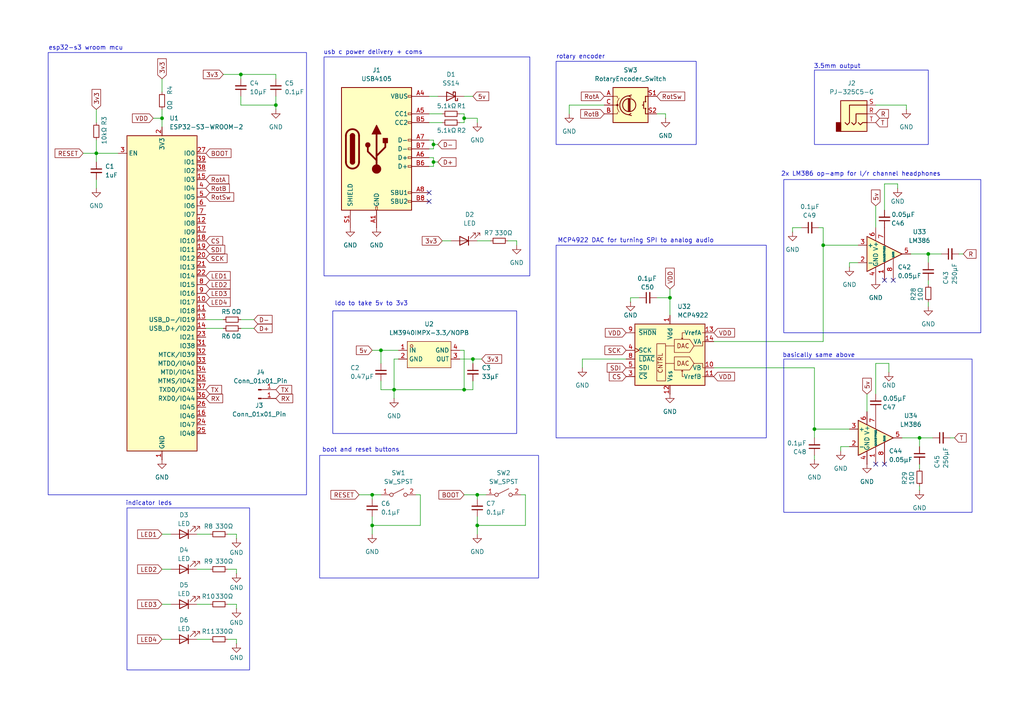
<source format=kicad_sch>
(kicad_sch (version 20250114) (generator "eeschema") (generator_version "9.0")
  (paper "A4")
  (lib_symbols
    (symbol "Amplifier_Audio:LM386" (pin_names (offset 0.127))
      (property "Reference" "U" (at 1.27 7.62 0))
      (property "Value" "LM386" (at 1.27 5.08 0))
      (symbol "LM386_1_1"
        (pin input line (at -7.62 2.54 0) (length 2.54) (name "+") (number "3"))
        (pin input line (at -7.62 -2.54 0) (length 2.54) (name "-") (number "2"))
        (pin power_in line (at -2.54 7.62 270) (length 3.81) (name "V+") (number "6"))
        (pin power_in line (at -2.54 -7.62 90) (length 3.81) (name "GND") (number "4"))
        (pin input line (at 0 7.62 270) (length 5.08) (name "BYPASS") (number "7"))
        (pin input line (at 0 -7.62 90) (length 5.08) (name "GAIN") (number "1"))
        (pin input line (at 2.54 -7.62 90) (length 6.35) (name "GAIN") (number "8"))
        (pin output line (at 7.62 0 180) (length 2.54) (name "~") (number "5"))
      )
    )
    (symbol "Analog_DAC:MCP4922" (pin_names (offset 1.016))
      (property "Reference" "U" (at -1.905 10.795 0))
      (property "Value" "MCP4922" (at -1.905 8.89 0))
      (symbol "MCP4922_0_0"
        (text "CNTRL" (at -2.032 -6.731 900) (effects (font (size 1.27 1.27)) (justify left bottom)))
        (text "DAC" (at 3.81 1.27 0) (effects (font (size 1.27 1.27))))
        (text "DAC" (at 3.81 -3.81 0) (effects (font (size 1.27 1.27))))
      )
      (symbol "MCP4922_1_1"
        (pin input line (at -12.7 5.08 0) (length 2.54) (name "~{SHDN}") (number "9"))
        (pin input clock (at -12.7 0 0) (length 2.54) (name "SCK") (number "4"))
        (pin input line (at -12.7 -2.54 0) (length 2.54) (name "~{LDAC}") (number "8"))
        (pin input line (at -12.7 -5.08 0) (length 2.54) (name "SDI") (number "5"))
        (pin input line (at -12.7 -7.62 0) (length 2.54) (name "~{CS}") (number "3"))
        (pin no_connect line (at -7.62 -10.16 90) (length 2.54) (hide yes) (name "NC") (number "2"))
        (pin no_connect line (at -5.08 -10.16 90) (length 2.54) (hide yes) (name "NC") (number "6"))
        (pin no_connect line (at -2.54 -10.16 90) (length 2.54) (hide yes) (name "NC") (number "7"))
        (pin power_in line (at 0 10.16 270) (length 2.54) (name "Vdd") (number "1"))
        (pin power_in line (at 0 -12.7 90) (length 2.54) (name "Vss") (number "12"))
        (pin input line (at 12.7 5.08 180) (length 2.54) (name "VrefA") (number "13"))
        (pin output line (at 12.7 2.54 180) (length 2.54) (name "VA") (number "14"))
        (pin output line (at 12.7 -5.08 180) (length 2.54) (name "VB") (number "10"))
        (pin input line (at 12.7 -7.62 180) (length 2.54) (name "VrefB") (number "11"))
      )
    )
    (symbol "Connector:Conn_01x01_Pin" (pin_names (offset 1.016) (hide yes))
      (property "Reference" "J" (at 0 2.54 0))
      (property "Value" "Conn_01x01_Pin" (at 0 -2.54 0))
      (symbol "Conn_01x01_Pin_1_1"
        (pin passive line (at 5.08 0 180) (length 3.81) (name "Pin_1") (number "1"))
      )
    )
    (symbol "Connector:USB_C_Receptacle_USB2.0_16P" (pin_names (offset 1.016))
      (property "Reference" "J" (at 0 22.225 0))
      (property "Value" "USB_C_Receptacle_USB2.0_16P" (at 0 19.685 0))
      (symbol "USB_C_Receptacle_USB2.0_16P_1_1"
        (pin passive line (at -7.62 -22.86 90) (length 5.08) (name "SHIELD") (number "S1"))
        (pin passive line (at 0 -22.86 90) (length 5.08) (name "GND") (number "A1"))
        (pin passive line (at 0 -22.86 90) (length 5.08) (hide yes) (name "GND") (number "A12"))
        (pin passive line (at 0 -22.86 90) (length 5.08) (hide yes) (name "GND") (number "B1"))
        (pin passive line (at 0 -22.86 90) (length 5.08) (hide yes) (name "GND") (number "B12"))
        (pin passive line (at 15.24 15.24 180) (length 5.08) (name "VBUS") (number "A4"))
        (pin passive line (at 15.24 15.24 180) (length 5.08) (hide yes) (name "VBUS") (number "A9"))
        (pin passive line (at 15.24 15.24 180) (length 5.08) (hide yes) (name "VBUS") (number "B4"))
        (pin passive line (at 15.24 15.24 180) (length 5.08) (hide yes) (name "VBUS") (number "B9"))
        (pin bidirectional line (at 15.24 10.16 180) (length 5.08) (name "CC1") (number "A5"))
        (pin bidirectional line (at 15.24 7.62 180) (length 5.08) (name "CC2") (number "B5"))
        (pin bidirectional line (at 15.24 2.54 180) (length 5.08) (name "D-") (number "A7"))
        (pin bidirectional line (at 15.24 0 180) (length 5.08) (name "D-") (number "B7"))
        (pin bidirectional line (at 15.24 -2.54 180) (length 5.08) (name "D+") (number "A6"))
        (pin bidirectional line (at 15.24 -5.08 180) (length 5.08) (name "D+") (number "B6"))
        (pin bidirectional line (at 15.24 -12.7 180) (length 5.08) (name "SBU1") (number "A8"))
        (pin bidirectional line (at 15.24 -15.24 180) (length 5.08) (name "SBU2") (number "B8"))
      )
    )
    (symbol "Connector_Audio:AudioJack3"
      (property "Reference" "J" (at 0 8.89 0))
      (property "Value" "AudioJack3" (at 0 6.35 0))
      (symbol "AudioJack3_1_1"
        (pin passive line (at 5.08 2.54 180) (length 2.54) (name "~") (number "S"))
        (pin passive line (at 5.08 0 180) (length 2.54) (name "~") (number "R"))
        (pin passive line (at 5.08 -2.54 180) (length 2.54) (name "~") (number "T"))
      )
    )
    (symbol "Device:C_Small" (pin_numbers (hide yes)) (pin_names (offset 0.254) (hide yes))
      (property "Reference" "C" (at 0.254 1.778 0))
      (property "Value" "C_Small" (at 0.254 -2.032 0))
      (symbol "C_Small_1_1"
        (pin passive line (at 0 2.54 270) (length 2.032) (name "~") (number "1"))
        (pin passive line (at 0 -2.54 90) (length 2.032) (name "~") (number "2"))
      )
    )
    (symbol "Device:D_Schottky" (pin_numbers (hide yes)) (pin_names (offset 1.016) (hide yes))
      (property "Reference" "D" (at 0 2.54 0))
      (property "Value" "D_Schottky" (at 0 -2.54 0))
      (symbol "D_Schottky_1_1"
        (pin passive line (at -3.81 0 0) (length 2.54) (name "K") (number "1"))
        (pin passive line (at 3.81 0 180) (length 2.54) (name "A") (number "2"))
      )
    )
    (symbol "Device:LED" (pin_numbers (hide yes)) (pin_names (offset 1.016) (hide yes))
      (property "Reference" "D" (at 0 2.54 0))
      (property "Value" "LED" (at 0 -2.54 0))
      (symbol "LED_1_1"
        (pin passive line (at -3.81 0 0) (length 2.54) (name "K") (number "1"))
        (pin passive line (at 3.81 0 180) (length 2.54) (name "A") (number "2"))
      )
    )
    (symbol "Device:R_Small" (pin_numbers (hide yes)) (pin_names (offset 0.254) (hide yes))
      (property "Reference" "R" (at 0.762 0.508 0))
      (property "Value" "R_Small" (at 0.762 -1.016 0))
      (symbol "R_Small_1_1"
        (pin passive line (at 0 2.54 270) (length 0.762) (name "~") (number "1"))
        (pin passive line (at 0 -2.54 90) (length 0.762) (name "~") (number "2"))
      )
    )
    (symbol "Device:RotaryEncoder_Switch" (pin_names (offset 0.254) (hide yes))
      (property "Reference" "SW" (at 0 6.604 0))
      (property "Value" "RotaryEncoder_Switch" (at 0 -6.604 0))
      (symbol "RotaryEncoder_Switch_1_1"
        (pin passive line (at -7.62 2.54 0) (length 2.54) (name "A") (number "A"))
        (pin passive line (at -7.62 0 0) (length 2.54) (name "C") (number "C"))
        (pin passive line (at -7.62 -2.54 0) (length 2.54) (name "B") (number "B"))
        (pin passive line (at 7.62 2.54 180) (length 2.54) (name "S1") (number "S1"))
        (pin passive line (at 7.62 -2.54 180) (length 2.54) (name "S2") (number "S2"))
      )
    )
    (symbol "EasyEDA:LM3940IMPX-3.3_NOPB"
      (property "Reference" "U" (at 0 6.35 0))
      (property "Value" "LM3940IMPX-3.3/NOPB" (at 0 -6.35 0))
      (symbol "LM3940IMPX-3.3_NOPB_0_1"
        (pin unspecified line (at -8.89 1.27 0) (length 2.54) (name "IN") (number "1"))
        (pin unspecified line (at -8.89 -1.27 0) (length 2.54) (name "GND") (number "2"))
        (pin unspecified line (at 8.89 1.27 180) (length 2.54) (name "GND") (number "4"))
        (pin unspecified line (at 8.89 -1.27 180) (length 2.54) (name "OUT") (number "3"))
      )
    )
    (symbol "RF_Module:ESP32-S3-WROOM-2"
      (property "Reference" "U" (at -10.16 45.72 0))
      (property "Value" "ESP32-S3-WROOM-2" (at 2.54 45.72 0))
      (symbol "ESP32-S3-WROOM-2_1_1"
        (pin input line (at -12.7 40.64 0) (length 2.54) (name "EN") (number "3"))
        (pin no_connect line (at -10.16 -35.56 0) (length 2.54) (hide yes) (name "NC") (number "28"))
        (pin no_connect line (at -10.16 -38.1 0) (length 2.54) (hide yes) (name "NC") (number "29"))
        (pin no_connect line (at -10.16 -40.64 0) (length 2.54) (hide yes) (name "NC") (number "30"))
        (pin power_in line (at 0 48.26 270) (length 2.54) (name "3V3") (number "2"))
        (pin power_in line (at 0 -48.26 90) (length 2.54) (name "GND") (number "1"))
        (pin passive line (at 0 -48.26 90) (length 2.54) (hide yes) (name "GND") (number "40"))
        (pin passive line (at 0 -48.26 90) (length 2.54) (hide yes) (name "GND") (number "41"))
        (pin bidirectional line (at 12.7 40.64 180) (length 2.54) (name "IO0") (number "27"))
        (pin bidirectional line (at 12.7 38.1 180) (length 2.54) (name "IO1") (number "39"))
        (pin bidirectional line (at 12.7 35.56 180) (length 2.54) (name "IO2") (number "38"))
        (pin bidirectional line (at 12.7 33.02 180) (length 2.54) (name "IO3") (number "15"))
        (pin bidirectional line (at 12.7 30.48 180) (length 2.54) (name "IO4") (number "4"))
        (pin bidirectional line (at 12.7 27.94 180) (length 2.54) (name "IO5") (number "5"))
        (pin bidirectional line (at 12.7 25.4 180) (length 2.54) (name "IO6") (number "6"))
        (pin bidirectional line (at 12.7 22.86 180) (length 2.54) (name "IO7") (number "7"))
        (pin bidirectional line (at 12.7 20.32 180) (length 2.54) (name "IO8") (number "12"))
        (pin bidirectional line (at 12.7 17.78 180) (length 2.54) (name "IO9") (number "17"))
        (pin bidirectional line (at 12.7 15.24 180) (length 2.54) (name "IO10") (number "18"))
        (pin bidirectional line (at 12.7 12.7 180) (length 2.54) (name "IO11") (number "19"))
        (pin bidirectional line (at 12.7 10.16 180) (length 2.54) (name "IO12") (number "20"))
        (pin bidirectional line (at 12.7 7.62 180) (length 2.54) (name "IO13") (number "21"))
        (pin bidirectional line (at 12.7 5.08 180) (length 2.54) (name "IO14") (number "22"))
        (pin bidirectional line (at 12.7 2.54 180) (length 2.54) (name "IO15") (number "8"))
        (pin bidirectional line (at 12.7 0 180) (length 2.54) (name "IO16") (number "9"))
        (pin bidirectional line (at 12.7 -2.54 180) (length 2.54) (name "IO17") (number "10"))
        (pin bidirectional line (at 12.7 -5.08 180) (length 2.54) (name "IO18") (number "11"))
        (pin bidirectional line (at 12.7 -7.62 180) (length 2.54) (name "USB_D-/IO19") (number "13"))
        (pin bidirectional line (at 12.7 -10.16 180) (length 2.54) (name "USB_D+/IO20") (number "14"))
        (pin bidirectional line (at 12.7 -12.7 180) (length 2.54) (name "IO21") (number "23"))
        (pin bidirectional line (at 12.7 -15.24 180) (length 2.54) (name "IO38") (number "31"))
        (pin bidirectional line (at 12.7 -17.78 180) (length 2.54) (name "MTCK/IO39") (number "32"))
        (pin bidirectional line (at 12.7 -20.32 180) (length 2.54) (name "MTDO/IO40") (number "33"))
        (pin bidirectional line (at 12.7 -22.86 180) (length 2.54) (name "MTDI/IO41") (number "34"))
        (pin bidirectional line (at 12.7 -25.4 180) (length 2.54) (name "MTMS/IO42") (number "35"))
        (pin bidirectional line (at 12.7 -27.94 180) (length 2.54) (name "TXD0/IO43") (number "37"))
        (pin bidirectional line (at 12.7 -30.48 180) (length 2.54) (name "RXD0/IO44") (number "36"))
        (pin bidirectional line (at 12.7 -33.02 180) (length 2.54) (name "IO45") (number "26"))
        (pin bidirectional line (at 12.7 -35.56 180) (length 2.54) (name "IO46") (number "16"))
        (pin bidirectional line (at 12.7 -38.1 180) (length 2.54) (name "IO47") (number "24"))
        (pin bidirectional line (at 12.7 -40.64 180) (length 2.54) (name "IO48") (number "25"))
      )
    )
    (symbol "Switch:SW_SPST" (pin_names (offset 0) (hide yes))
      (property "Reference" "SW" (at 0 3.175 0))
      (property "Value" "SW_SPST" (at 0 -2.54 0))
      (symbol "SW_SPST_1_1"
        (pin passive line (at -5.08 0 0) (length 2.54) (name "A") (number "1"))
        (pin passive line (at 5.08 0 180) (length 2.54) (name "B") (number "2"))
      )
    )
    (symbol "power:GND" (power) (pin_numbers (hide yes)) (pin_names (offset 0) (hide yes))
      (property "Value" "GND" (at 0 -3.81 0))
      (symbol "GND_1_1"
        (pin power_in line (at 0 0 270) (length 0) (name "~") (number "1"))
      )
    )
  )
  (rectangle (start 236.22 20.32) (end 269.24 41.91))
  (rectangle (start 93.98 16.51) (end 153.67 80.01))
  (rectangle (start 161.29 71.12) (end 222.25 127))
  (rectangle (start 96.52 90.17) (end 149.86 125.73))
  (rectangle (start 92.71 132.08) (end 156.21 167.64))
  (rectangle (start 227.33 52.07) (end 284.48 96.52))
  (rectangle (start 36.83 147.32) (end 72.39 194.31))
  (rectangle (start 161.29 17.78) (end 201.93 41.91))
  (rectangle (start 13.97 15.24) (end 88.9 143.51))
  (rectangle (start 227.33 104.14) (end 281.94 148.59))
  (text "esp32-s3 wroom mcu" (at 24.892 13.97 0) (effects (font (size 1.27 1.27))))
  (text "MCP4922 DAC for turning SPI to analog audio" (at 184.404 69.85 0) (effects (font (size 1.27 1.27))))
  (text "3.5mm output" (at 242.824 19.304 0) (effects (font (size 1.27 1.27))))
  (text "basically same above\n" (at 237.49 103.124 0) (effects (font (size 1.27 1.27))))
  (text "rotary encoder\n" (at 168.402 16.51 0) (effects (font (size 1.27 1.27))))
  (text "usb c power delivery + coms\n" (at 108.204 15.24 0) (effects (font (size 1.27 1.27))))
  (text "ldo to take 5v to 3v3\n" (at 107.696 88.138 0) (effects (font (size 1.27 1.27))))
  (text "2x LM386 op-amp for l/r channel headphones" (at 249.682 50.546 0) (effects (font (size 1.27 1.27))))
  (text "boot and reset buttons\n" (at 104.648 130.556 0) (effects (font (size 1.27 1.27))))
  (text "indicator leds\n" (at 43.18 146.05 0) (effects (font (size 1.27 1.27))))
  (junction (at 125.73 46.99))
  (junction (at 125.73 41.91))
  (junction (at 236.22 124.46))
  (junction (at 138.43 143.51))
  (junction (at 27.94 44.45))
  (junction (at 134.62 34.29))
  (junction (at 134.62 113.03))
  (junction (at 269.24 73.66))
  (junction (at 107.95 152.4))
  (junction (at 114.3 113.03))
  (junction (at 46.99 34.29))
  (junction (at 107.95 143.51))
  (junction (at 137.16 104.14))
  (junction (at 80.01 30.48))
  (junction (at 238.76 71.12))
  (junction (at 69.85 21.59))
  (junction (at 194.31 86.36))
  (junction (at 138.43 152.4))
  (junction (at 110.49 101.6))
  (junction (at 266.7 127))
  (no_connect (at 124.46 58.42))
  (no_connect (at 254 134.62))
  (no_connect (at 259.08 81.28))
  (no_connect (at 124.46 55.88))
  (no_connect (at 256.54 81.28))
  (no_connect (at 256.54 134.62))
  (wire (pts (xy 107.95 154.94) (xy 107.95 152.4)))
  (wire (pts (xy 124.46 45.72) (xy 125.73 45.72)))
  (wire (pts (xy 46.99 31.75) (xy 46.99 34.29)))
  (wire (pts (xy 121.92 152.4) (xy 107.95 152.4)))
  (wire (pts (xy 269.24 81.28) (xy 269.24 82.55)))
  (wire (pts (xy 124.46 40.64) (xy 125.73 40.64)))
  (wire (pts (xy 269.24 73.66) (xy 269.24 76.2)))
  (wire (pts (xy 107.95 144.78) (xy 107.95 143.51)))
  (wire (pts (xy 243.84 129.54) (xy 246.38 129.54)))
  (wire (pts (xy 168.91 104.14) (xy 181.61 104.14)))
  (wire (pts (xy 110.49 113.03) (xy 114.3 113.03)))
  (wire (pts (xy 46.99 34.29) (xy 46.99 36.83)))
  (wire (pts (xy 107.95 143.51) (xy 110.49 143.51)))
  (wire (pts (xy 80.01 30.48) (xy 80.01 31.75)))
  (wire (pts (xy 80.01 27.94) (xy 80.01 30.48)))
  (wire (pts (xy 152.4 152.4) (xy 138.43 152.4)))
  (wire (pts (xy 46.99 22.86) (xy 46.99 26.67)))
  (wire (pts (xy 207.01 99.06) (xy 238.76 99.06)))
  (wire (pts (xy 114.3 115.57) (xy 114.3 113.03)))
  (wire (pts (xy 134.62 35.56) (xy 134.62 34.29)))
  (wire (pts (xy 262.89 30.48) (xy 262.89 31.75)))
  (wire (pts (xy 266.7 127) (xy 266.7 129.54)))
  (wire (pts (xy 24.13 44.45) (xy 27.94 44.45)))
  (wire (pts (xy 69.85 30.48) (xy 80.01 30.48)))
  (wire (pts (xy 261.62 127) (xy 266.7 127)))
  (wire (pts (xy 256.54 53.34) (xy 260.35 53.34)))
  (wire (pts (xy 73.66 92.71) (xy 69.85 92.71)))
  (wire (pts (xy 238.76 66.04) (xy 238.76 71.12)))
  (wire (pts (xy 165.1 33.02) (xy 165.1 30.48)))
  (wire (pts (xy 182.88 86.36) (xy 185.42 86.36)))
  (wire (pts (xy 149.86 71.12) (xy 149.86 69.85)))
  (wire (pts (xy 256.54 60.96) (xy 256.54 53.34)))
  (wire (pts (xy 120.65 143.51) (xy 121.92 143.51)))
  (wire (pts (xy 138.43 143.51) (xy 140.97 143.51)))
  (wire (pts (xy 107.95 101.6) (xy 110.49 101.6)))
  (wire (pts (xy 137.16 110.49) (xy 137.16 113.03)))
  (wire (pts (xy 57.15 154.94) (xy 60.96 154.94)))
  (wire (pts (xy 127 41.91) (xy 125.73 41.91)))
  (wire (pts (xy 138.43 152.4) (xy 138.43 149.86)))
  (wire (pts (xy 165.1 30.48) (xy 175.26 30.48)))
  (wire (pts (xy 193.04 33.02) (xy 190.5 33.02)))
  (wire (pts (xy 266.7 142.24) (xy 266.7 140.97)))
  (wire (pts (xy 110.49 105.41) (xy 110.49 101.6)))
  (wire (pts (xy 138.43 35.56) (xy 138.43 34.29)))
  (wire (pts (xy 134.62 33.02) (xy 133.35 33.02)))
  (wire (pts (xy 152.4 143.51) (xy 152.4 152.4)))
  (wire (pts (xy 137.16 104.14) (xy 139.7 104.14)))
  (wire (pts (xy 64.77 95.25) (xy 59.69 95.25)))
  (wire (pts (xy 68.58 175.26) (xy 66.04 175.26)))
  (wire (pts (xy 254 30.48) (xy 262.89 30.48)))
  (wire (pts (xy 128.27 69.85) (xy 130.81 69.85)))
  (wire (pts (xy 110.49 110.49) (xy 110.49 113.03)))
  (wire (pts (xy 278.13 73.66) (xy 279.4 73.66)))
  (wire (pts (xy 27.94 44.45) (xy 34.29 44.45)))
  (wire (pts (xy 134.62 101.6) (xy 134.62 113.03)))
  (wire (pts (xy 68.58 185.42) (xy 66.04 185.42)))
  (wire (pts (xy 149.86 69.85) (xy 147.32 69.85)))
  (wire (pts (xy 266.7 134.62) (xy 266.7 135.89)))
  (wire (pts (xy 46.99 175.26) (xy 49.53 175.26)))
  (wire (pts (xy 134.62 143.51) (xy 138.43 143.51)))
  (wire (pts (xy 27.94 40.64) (xy 27.94 44.45)))
  (wire (pts (xy 80.01 22.86) (xy 80.01 21.59)))
  (wire (pts (xy 73.66 95.25) (xy 69.85 95.25)))
  (wire (pts (xy 251.46 114.3) (xy 251.46 119.38)))
  (wire (pts (xy 104.14 143.51) (xy 107.95 143.51)))
  (wire (pts (xy 138.43 34.29) (xy 134.62 34.29)))
  (wire (pts (xy 68.58 186.69) (xy 68.58 185.42)))
  (wire (pts (xy 237.49 66.04) (xy 238.76 66.04)))
  (wire (pts (xy 193.04 34.29) (xy 193.04 33.02)))
  (wire (pts (xy 138.43 154.94) (xy 138.43 152.4)))
  (wire (pts (xy 64.77 21.59) (xy 69.85 21.59)))
  (wire (pts (xy 46.99 165.1) (xy 49.53 165.1)))
  (wire (pts (xy 138.43 144.78) (xy 138.43 143.51)))
  (wire (pts (xy 133.35 104.14) (xy 137.16 104.14)))
  (wire (pts (xy 269.24 73.66) (xy 273.05 73.66)))
  (wire (pts (xy 57.15 185.42) (xy 60.96 185.42)))
  (wire (pts (xy 124.46 27.94) (xy 127 27.94)))
  (wire (pts (xy 236.22 124.46) (xy 246.38 124.46)))
  (wire (pts (xy 246.38 76.2) (xy 248.92 76.2)))
  (wire (pts (xy 133.35 35.56) (xy 134.62 35.56)))
  (wire (pts (xy 151.13 143.51) (xy 152.4 143.51)))
  (wire (pts (xy 254 114.3) (xy 254 105.41)))
  (wire (pts (xy 229.87 67.31) (xy 229.87 66.04)))
  (wire (pts (xy 137.16 113.03) (xy 134.62 113.03)))
  (wire (pts (xy 133.35 101.6) (xy 134.62 101.6)))
  (wire (pts (xy 194.31 83.82) (xy 194.31 86.36)))
  (wire (pts (xy 137.16 104.14) (xy 137.16 105.41)))
  (wire (pts (xy 264.16 73.66) (xy 269.24 73.66)))
  (wire (pts (xy 190.5 86.36) (xy 194.31 86.36)))
  (wire (pts (xy 194.31 86.36) (xy 194.31 91.44)))
  (wire (pts (xy 257.81 105.41) (xy 257.81 107.95)))
  (wire (pts (xy 134.62 27.94) (xy 137.16 27.94)))
  (wire (pts (xy 68.58 154.94) (xy 66.04 154.94)))
  (wire (pts (xy 229.87 66.04) (xy 232.41 66.04)))
  (wire (pts (xy 125.73 41.91) (xy 125.73 43.18)))
  (wire (pts (xy 68.58 165.1) (xy 66.04 165.1)))
  (wire (pts (xy 125.73 46.99) (xy 125.73 48.26)))
  (wire (pts (xy 125.73 45.72) (xy 125.73 46.99)))
  (wire (pts (xy 46.99 154.94) (xy 49.53 154.94)))
  (wire (pts (xy 207.01 106.68) (xy 236.22 106.68)))
  (wire (pts (xy 266.7 127) (xy 270.51 127)))
  (wire (pts (xy 254 105.41) (xy 257.81 105.41)))
  (wire (pts (xy 246.38 77.47) (xy 246.38 76.2)))
  (wire (pts (xy 27.94 54.61) (xy 27.94 52.07)))
  (wire (pts (xy 115.57 104.14) (xy 114.3 104.14)))
  (wire (pts (xy 69.85 27.94) (xy 69.85 30.48)))
  (wire (pts (xy 64.77 92.71) (xy 59.69 92.71)))
  (wire (pts (xy 260.35 53.34) (xy 260.35 54.61)))
  (wire (pts (xy 269.24 88.9) (xy 269.24 87.63)))
  (wire (pts (xy 236.22 133.35) (xy 236.22 132.08)))
  (wire (pts (xy 125.73 43.18) (xy 124.46 43.18)))
  (wire (pts (xy 238.76 71.12) (xy 238.76 99.06)))
  (wire (pts (xy 27.94 46.99) (xy 27.94 44.45)))
  (wire (pts (xy 27.94 35.56) (xy 27.94 31.75)))
  (wire (pts (xy 236.22 106.68) (xy 236.22 124.46)))
  (wire (pts (xy 243.84 130.81) (xy 243.84 129.54)))
  (wire (pts (xy 46.99 185.42) (xy 49.53 185.42)))
  (wire (pts (xy 182.88 87.63) (xy 182.88 86.36)))
  (wire (pts (xy 121.92 143.51) (xy 121.92 152.4)))
  (wire (pts (xy 125.73 40.64) (xy 125.73 41.91)))
  (wire (pts (xy 107.95 152.4) (xy 107.95 149.86)))
  (wire (pts (xy 125.73 48.26) (xy 124.46 48.26)))
  (wire (pts (xy 124.46 33.02) (xy 128.27 33.02)))
  (wire (pts (xy 134.62 34.29) (xy 134.62 33.02)))
  (wire (pts (xy 68.58 166.37) (xy 68.58 165.1)))
  (wire (pts (xy 110.49 101.6) (xy 115.57 101.6)))
  (wire (pts (xy 68.58 156.21) (xy 68.58 154.94)))
  (wire (pts (xy 134.62 113.03) (xy 114.3 113.03)))
  (wire (pts (xy 114.3 104.14) (xy 114.3 113.03)))
  (wire (pts (xy 57.15 165.1) (xy 60.96 165.1)))
  (wire (pts (xy 127 46.99) (xy 125.73 46.99)))
  (wire (pts (xy 138.43 69.85) (xy 142.24 69.85)))
  (wire (pts (xy 44.45 34.29) (xy 46.99 34.29)))
  (wire (pts (xy 275.59 127) (xy 276.86 127)))
  (wire (pts (xy 69.85 21.59) (xy 80.01 21.59)))
  (wire (pts (xy 69.85 21.59) (xy 69.85 22.86)))
  (wire (pts (xy 238.76 71.12) (xy 248.92 71.12)))
  (wire (pts (xy 124.46 35.56) (xy 128.27 35.56)))
  (wire (pts (xy 168.91 106.68) (xy 168.91 104.14)))
  (wire (pts (xy 236.22 124.46) (xy 236.22 127)))
  (wire (pts (xy 254 59.69) (xy 254 66.04)))
  (wire (pts (xy 57.15 175.26) (xy 60.96 175.26)))
  (wire (pts (xy 68.58 176.53) (xy 68.58 175.26)))
  (global_label "RotA" (shape input) (at 175.26 27.94 180) (property "Intersheetrefs" "${INTERSHEET_REFS}" (effects (hide yes))))
  (global_label "3v3" (shape input) (at 64.77 21.59 180) (property "Intersheetrefs" "${INTERSHEET_REFS}" (effects (hide yes))))
  (global_label "SCK" (shape input) (at 59.69 74.93 0) (property "Intersheetrefs" "${INTERSHEET_REFS}" (effects (hide yes))))
  (global_label "RotB" (shape input) (at 59.69 54.61 0) (property "Intersheetrefs" "${INTERSHEET_REFS}" (effects (hide yes))))
  (global_label "5v" (shape input) (at 137.16 27.94 0) (property "Intersheetrefs" "${INTERSHEET_REFS}" (effects (hide yes))))
  (global_label "SDI" (shape input) (at 181.61 106.68 180) (property "Intersheetrefs" "${INTERSHEET_REFS}" (effects (hide yes))))
  (global_label "D+" (shape input) (at 127 46.99 0) (property "Intersheetrefs" "${INTERSHEET_REFS}" (effects (hide yes))))
  (global_label "VDD" (shape input) (at 44.45 34.29 180) (property "Intersheetrefs" "${INTERSHEET_REFS}" (effects (hide yes))))
  (global_label "TX" (shape input) (at 80.01 113.03 0) (property "Intersheetrefs" "${INTERSHEET_REFS}" (effects (hide yes))))
  (global_label "RX" (shape input) (at 59.69 115.57 0) (property "Intersheetrefs" "${INTERSHEET_REFS}" (effects (hide yes))))
  (global_label "RotSw" (shape input) (at 190.5 27.94 0) (property "Intersheetrefs" "${INTERSHEET_REFS}" (effects (hide yes))))
  (global_label "BOOT" (shape input) (at 59.69 44.45 0) (property "Intersheetrefs" "${INTERSHEET_REFS}" (effects (hide yes))))
  (global_label "VDD" (shape input) (at 207.01 96.52 0) (property "Intersheetrefs" "${INTERSHEET_REFS}" (effects (hide yes))))
  (global_label "RotA" (shape input) (at 59.69 52.07 0) (property "Intersheetrefs" "${INTERSHEET_REFS}" (effects (hide yes))))
  (global_label "CS" (shape input) (at 181.61 109.22 180) (property "Intersheetrefs" "${INTERSHEET_REFS}" (effects (hide yes))))
  (global_label "3v3" (shape input) (at 27.94 31.75 90) (property "Intersheetrefs" "${INTERSHEET_REFS}" (effects (hide yes))))
  (global_label "D+" (shape input) (at 73.66 95.25 0) (property "Intersheetrefs" "${INTERSHEET_REFS}" (effects (hide yes))))
  (global_label "CS" (shape input) (at 59.69 69.85 0) (property "Intersheetrefs" "${INTERSHEET_REFS}" (effects (hide yes))))
  (global_label "LED3" (shape input) (at 59.69 85.09 0) (property "Intersheetrefs" "${INTERSHEET_REFS}" (effects (hide yes))))
  (global_label "3v3" (shape input) (at 128.27 69.85 180) (property "Intersheetrefs" "${INTERSHEET_REFS}" (effects (hide yes))))
  (global_label "VDD" (shape input) (at 194.31 83.82 90) (property "Intersheetrefs" "${INTERSHEET_REFS}" (effects (hide yes))))
  (global_label "LED1" (shape input) (at 46.99 154.94 180) (property "Intersheetrefs" "${INTERSHEET_REFS}" (effects (hide yes))))
  (global_label "RESET" (shape input) (at 24.13 44.45 180) (property "Intersheetrefs" "${INTERSHEET_REFS}" (effects (hide yes))))
  (global_label "3v3" (shape input) (at 46.99 22.86 90) (property "Intersheetrefs" "${INTERSHEET_REFS}" (effects (hide yes))))
  (global_label "LED2" (shape input) (at 46.99 165.1 180) (property "Intersheetrefs" "${INTERSHEET_REFS}" (effects (hide yes))))
  (global_label "3v3" (shape input) (at 139.7 104.14 0) (property "Intersheetrefs" "${INTERSHEET_REFS}" (effects (hide yes))))
  (global_label "RotSw" (shape input) (at 59.69 57.15 0) (property "Intersheetrefs" "${INTERSHEET_REFS}" (effects (hide yes))))
  (global_label "SDI" (shape input) (at 59.69 72.39 0) (property "Intersheetrefs" "${INTERSHEET_REFS}" (effects (hide yes))))
  (global_label "LED1" (shape input) (at 59.69 80.01 0) (property "Intersheetrefs" "${INTERSHEET_REFS}" (effects (hide yes))))
  (global_label "LED4" (shape input) (at 46.99 185.42 180) (property "Intersheetrefs" "${INTERSHEET_REFS}" (effects (hide yes))))
  (global_label "VDD" (shape input) (at 181.61 96.52 180) (property "Intersheetrefs" "${INTERSHEET_REFS}" (effects (hide yes))))
  (global_label "TX" (shape input) (at 59.69 113.03 0) (property "Intersheetrefs" "${INTERSHEET_REFS}" (effects (hide yes))))
  (global_label "VDD" (shape input) (at 207.01 109.22 0) (property "Intersheetrefs" "${INTERSHEET_REFS}" (effects (hide yes))))
  (global_label "T" (shape input) (at 254 35.56 0) (property "Intersheetrefs" "${INTERSHEET_REFS}" (effects (hide yes))))
  (global_label "RX" (shape input) (at 80.01 115.57 0) (property "Intersheetrefs" "${INTERSHEET_REFS}" (effects (hide yes))))
  (global_label "LED4" (shape input) (at 59.69 87.63 0) (property "Intersheetrefs" "${INTERSHEET_REFS}" (effects (hide yes))))
  (global_label "RotB" (shape input) (at 175.26 33.02 180) (property "Intersheetrefs" "${INTERSHEET_REFS}" (effects (hide yes))))
  (global_label "LED3" (shape input) (at 46.99 175.26 180) (property "Intersheetrefs" "${INTERSHEET_REFS}" (effects (hide yes))))
  (global_label "R" (shape input) (at 254 33.02 0) (property "Intersheetrefs" "${INTERSHEET_REFS}" (effects (hide yes))))
  (global_label "5v" (shape input) (at 107.95 101.6 180) (property "Intersheetrefs" "${INTERSHEET_REFS}" (effects (hide yes))))
  (global_label "D-" (shape input) (at 73.66 92.71 0) (property "Intersheetrefs" "${INTERSHEET_REFS}" (effects (hide yes))))
  (global_label "R" (shape input) (at 279.4 73.66 0) (property "Intersheetrefs" "${INTERSHEET_REFS}" (effects (hide yes))))
  (global_label "5v" (shape input) (at 251.46 114.3 90) (property "Intersheetrefs" "${INTERSHEET_REFS}" (effects (hide yes))))
  (global_label "SCK" (shape input) (at 181.61 101.6 180) (property "Intersheetrefs" "${INTERSHEET_REFS}" (effects (hide yes))))
  (global_label "BOOT" (shape input) (at 134.62 143.51 180) (property "Intersheetrefs" "${INTERSHEET_REFS}" (effects (hide yes))))
  (global_label "5v" (shape input) (at 254 59.69 90) (property "Intersheetrefs" "${INTERSHEET_REFS}" (effects (hide yes))))
  (global_label "LED2" (shape input) (at 59.69 82.55 0) (property "Intersheetrefs" "${INTERSHEET_REFS}" (effects (hide yes))))
  (global_label "RESET" (shape input) (at 104.14 143.51 180) (property "Intersheetrefs" "${INTERSHEET_REFS}" (effects (hide yes))))
  (global_label "T" (shape input) (at 276.86 127 0) (property "Intersheetrefs" "${INTERSHEET_REFS}" (effects (hide yes))))
  (global_label "D-" (shape input) (at 127 41.91 0) (property "Intersheetrefs" "${INTERSHEET_REFS}" (effects (hide yes))))
  (symbol (lib_id "RF_Module:ESP32-S3-WROOM-2") (at 46.99 85.09 0) (unit 1)
    (property "Reference" "U1" (at 49.1333 34.29 0) (effects (justify left)))
    (property "Value" "ESP32-S3-WROOM-2" (at 49.1333 36.83 0) (effects (justify left)))
    (property "Footprint" "RF_Module:ESP32-S3-WROOM-2" (effects (hide yes)))
    (property "Datasheet" "https://www.espressif.com/sites/default/files/documentation/esp32-s3-wroom-2_datasheet_en.pdf" (effects (hide yes)))
    (property "Description" "RF Module, 2.4 GHz, Wi­-Fi, Bluetooth, BLE, ESP32­-S3R8V" (effects (hide yes)))
  )
  (symbol (lib_id "Device:C_Small") (at 187.96 86.36 90) (unit 1)
    (property "Reference" "C50" (at 189.738 83.312 90) (effects (justify left)))
    (property "Value" "0.1μF" (at 190.5 80.772 90) (effects (justify left)))
    (property "Footprint" "Capacitor_SMD:C_0805_2012Metric" (effects (hide yes)))
    (property "Description" "Unpolarized capacitor, small symbol" (effects (hide yes)))
  )
  (symbol (lib_id "power:GND") (at 251.46 134.62 0) (unit 1)
    (property "Reference" "#PWR048" (effects (hide yes)))
    (property "Value" "GND" (at 251.46 139.7 0))
    (property "Description" "Power symbol creates a global label with name \"GND\" , ground" (effects (hide yes)))
  )
  (symbol (lib_id "Device:C_Small") (at 273.05 127 90) (unit 1)
    (property "Reference" "C45" (at 271.78 135.89 0) (effects (justify left)))
    (property "Value" "250μF" (at 274.32 135.89 0) (effects (justify left)))
    (property "Footprint" "Capacitor_SMD:C_0805_2012Metric" (effects (hide yes)))
    (property "Description" "Unpolarized capacitor, small symbol" (effects (hide yes)))
  )
  (symbol (lib_id "Device:C_Small") (at 110.49 107.95 0) (unit 1)
    (property "Reference" "C2" (at 101.6 106.68 0) (effects (justify left)))
    (property "Value" "0.47μF" (at 101.6 109.22 0) (effects (justify left)))
    (property "Footprint" "Capacitor_SMD:C_0805_2012Metric" (effects (hide yes)))
    (property "Description" "Unpolarized capacitor, small symbol" (effects (hide yes)))
  )
  (symbol (lib_id "power:GND") (at 68.58 186.69 0) (unit 1)
    (property "Reference" "#PWR017" (effects (hide yes)))
    (property "Value" "GND" (at 68.58 190.754 0))
    (property "Description" "Power symbol creates a global label with name \"GND\" , ground" (effects (hide yes)))
  )
  (symbol (lib_id "Device:R_Small") (at 63.5 154.94 90) (unit 1)
    (property "Reference" "R8" (at 60.452 152.654 90))
    (property "Value" "330Ω" (at 65.024 152.654 90))
    (property "Footprint" "Resistor_SMD:R_0805_2012Metric" (effects (hide yes)))
    (property "Description" "Resistor, small symbol" (effects (hide yes)))
  )
  (symbol (lib_id "Device:C_Small") (at 137.16 107.95 0) (unit 1)
    (property "Reference" "C3" (at 139.7 106.6862 0) (effects (justify left)))
    (property "Value" "33μF" (at 139.7 109.2262 0) (effects (justify left)))
    (property "Footprint" "Capacitor_SMD:C_0805_2012Metric" (effects (hide yes)))
    (property "Description" "Unpolarized capacitor, small symbol" (effects (hide yes)))
  )
  (symbol (lib_id "power:GND") (at 193.04 34.29 0) (unit 1)
    (property "Reference" "#PWR09" (effects (hide yes)))
    (property "Value" "GND" (at 193.04 39.37 0))
    (property "Description" "Power symbol creates a global label with name \"GND\" , ground" (effects (hide yes)))
  )
  (symbol (lib_id "Device:C_Small") (at 80.01 25.4 180) (unit 1)
    (property "Reference" "C5" (at 82.55 24.1235 0) (effects (justify right)))
    (property "Value" "0.1μF" (at 82.55 26.6635 0) (effects (justify right)))
    (property "Footprint" "Capacitor_SMD:C_0805_2012Metric" (effects (hide yes)))
    (property "Description" "Unpolarized capacitor, small symbol" (effects (hide yes)))
  )
  (symbol (lib_id "Device:C_Small") (at 254 116.84 180) (unit 1)
    (property "Reference" "C47" (at 259.842 118.11 0) (effects (justify left)))
    (property "Value" "0.05μF" (at 262.89 115.57 0) (effects (justify left)))
    (property "Footprint" "Capacitor_SMD:C_0805_2012Metric" (effects (hide yes)))
    (property "Description" "Unpolarized capacitor, small symbol" (effects (hide yes)))
  )
  (symbol (lib_id "power:GND") (at 149.86 71.12 0) (unit 1)
    (property "Reference" "#PWR06" (effects (hide yes)))
    (property "Value" "GND" (at 149.86 76.2 0))
    (property "Description" "Power symbol creates a global label with name \"GND\" , ground" (effects (hide yes)))
  )
  (symbol (lib_id "power:GND") (at 262.89 31.75 0) (unit 1)
    (property "Reference" "#PWR07" (effects (hide yes)))
    (property "Value" "GND" (at 262.89 36.83 0))
    (property "Description" "Power symbol creates a global label with name \"GND\" , ground" (effects (hide yes)))
  )
  (symbol (lib_id "Device:C_Small") (at 269.24 78.74 0) (unit 1)
    (property "Reference" "C42" (at 260.35 77.47 0) (effects (justify left)))
    (property "Value" "0.05μF" (at 260.35 80.01 0) (effects (justify left)))
    (property "Footprint" "Capacitor_SMD:C_0805_2012Metric" (effects (hide yes)))
    (property "Description" "Unpolarized capacitor, small symbol" (effects (hide yes)))
  )
  (symbol (lib_id "Device:R_Small") (at 63.5 175.26 90) (unit 1)
    (property "Reference" "R10" (at 60.452 172.974 90))
    (property "Value" "330Ω" (at 65.024 172.974 90))
    (property "Footprint" "Resistor_SMD:R_0805_2012Metric" (effects (hide yes)))
    (property "Description" "Resistor, small symbol" (effects (hide yes)))
  )
  (symbol (lib_id "power:GND") (at 68.58 156.21 0) (unit 1)
    (property "Reference" "#PWR010" (effects (hide yes)))
    (property "Value" "GND" (at 68.58 160.274 0))
    (property "Description" "Power symbol creates a global label with name \"GND\" , ground" (effects (hide yes)))
  )
  (symbol (lib_id "Connector_Audio:AudioJack3") (at 248.92 33.02 0) (unit 1)
    (property "Reference" "J2" (at 247.015 24.13 0))
    (property "Value" "PJ-325C5-G" (at 247.015 26.67 0))
    (property "Footprint" "Connector_Audio:Jack_3.5mm_CUI_SJ1-3535NG_Horizontal" (effects (hide yes)))
    (property "Datasheet" "https://www.lcsc.com/datasheet/lcsc_datasheet_2110111130_XKB-Connection-PJ-325C5-G_C692438.pdf" (effects (hide yes)))
    (property "Description" "Audio Jack, 3 Poles (Stereo / TRS)" (effects (hide yes)))
    (property "LCSC" "C692438" (effects (hide yes)))
  )
  (symbol (lib_id "power:GND") (at 269.24 88.9 0) (unit 1)
    (property "Reference" "#PWR060" (effects (hide yes)))
    (property "Value" "GND" (at 269.24 93.98 0))
    (property "Description" "Power symbol creates a global label with name \"GND\" , ground" (effects (hide yes)))
  )
  (symbol (lib_id "Analog_DAC:MCP4922") (at 194.31 101.6 0) (unit 1)
    (property "Reference" "U32" (at 196.4533 88.9 0) (effects (justify left)))
    (property "Value" "MCP4922" (at 196.4533 91.44 0) (effects (justify left)))
    (property "Footprint" "Package_SO:SOIC-14_3.9x8.7mm_P1.27mm" (effects (hide yes)))
    (property "Datasheet" "http://ww1.microchip.com/downloads/en/DeviceDoc/22250A.pdf" (effects (hide yes)))
    (property "Description" "2-Channel 12-Bit D/A Converters with SPI Interface" (effects (hide yes)))
  )
  (symbol (lib_id "Device:C_Small") (at 275.59 73.66 90) (unit 1)
    (property "Reference" "C43" (at 274.32 82.55 0) (effects (justify left)))
    (property "Value" "250μF" (at 276.86 82.55 0) (effects (justify left)))
    (property "Footprint" "Capacitor_SMD:C_0805_2012Metric" (effects (hide yes)))
    (property "Description" "Unpolarized capacitor, small symbol" (effects (hide yes)))
  )
  (symbol (lib_id "Connector:USB_C_Receptacle_USB2.0_16P") (at 109.22 43.18 0) (unit 1)
    (property "Reference" "J1" (at 109.22 20.32 0))
    (property "Value" "USB4105" (at 109.22 22.86 0))
    (property "Footprint" "Connector_USB:USB_C_Receptacle_GCT_USB4105-xx-A_16P_TopMnt_Horizontal" (effects (hide yes)))
    (property "Datasheet" "https://www.usb.org/sites/default/files/documents/usb_type-c.zip" (effects (hide yes)))
    (property "Description" "USB 2.0-only 16P Type-C Receptacle connector" (effects (hide yes)))
  )
  (symbol (lib_id "Device:C_Small") (at 266.7 132.08 0) (unit 1)
    (property "Reference" "C44" (at 257.81 130.81 0) (effects (justify left)))
    (property "Value" "0.05μF" (at 257.81 133.35 0) (effects (justify left)))
    (property "Footprint" "Capacitor_SMD:C_0805_2012Metric" (effects (hide yes)))
    (property "Description" "Unpolarized capacitor, small symbol" (effects (hide yes)))
  )
  (symbol (lib_id "Device:R_Small") (at 67.31 95.25 90) (unit 1)
    (property "Reference" "R6" (at 65.532 97.536 90))
    (property "Value" "0Ω" (at 68.58 97.536 90))
    (property "Footprint" "Resistor_SMD:R_0805_2012Metric" (effects (hide yes)))
    (property "Description" "Resistor, small symbol" (effects (hide yes)))
  )
  (symbol (lib_id "Device:C_Small") (at 234.95 66.04 90) (unit 1)
    (property "Reference" "C49" (at 236.728 62.484 90) (effects (justify left)))
    (property "Value" "0.1μF" (at 237.744 59.944 90) (effects (justify left)))
    (property "Footprint" "Capacitor_SMD:C_0805_2012Metric" (effects (hide yes)))
    (property "Description" "Unpolarized capacitor, small symbol" (effects (hide yes)))
  )
  (symbol (lib_id "power:GND") (at 266.7 142.24 0) (unit 1)
    (property "Reference" "#PWR055" (effects (hide yes)))
    (property "Value" "GND" (at 266.7 147.32 0))
    (property "Description" "Power symbol creates a global label with name \"GND\" , ground" (effects (hide yes)))
  )
  (symbol (lib_id "power:GND") (at 254 81.28 0) (unit 1)
    (property "Reference" "#PWR049" (effects (hide yes)))
    (property "Value" "GND" (at 254 86.36 0))
    (property "Description" "Power symbol creates a global label with name \"GND\" , ground" (effects (hide yes)))
  )
  (symbol (lib_id "Connector:Conn_01x01_Pin") (at 74.93 113.03 0) (unit 1)
    (property "Reference" "J4" (at 75.565 107.95 0))
    (property "Value" "Conn_01x01_Pin" (at 75.565 110.49 0))
    (property "Footprint" "Connector_PinHeader_2.54mm:PinHeader_1x01_P2.54mm_Vertical" (effects (hide yes)))
    (property "Description" "Generic connector, single row, 01x01, script generated" (effects (hide yes)))
  )
  (symbol (lib_id "power:GND") (at 168.91 106.68 0) (unit 1)
    (property "Reference" "#PWR066" (effects (hide yes)))
    (property "Value" "GND" (at 168.91 111.76 0))
    (property "Description" "Power symbol creates a global label with name \"GND\" , ground" (effects (hide yes)))
  )
  (symbol (lib_id "Connector:Conn_01x01_Pin") (at 74.93 115.57 0) (unit 1)
    (property "Reference" "J3" (at 75.184 117.602 0))
    (property "Value" "Conn_01x01_Pin" (at 75.184 120.142 0))
    (property "Footprint" "Connector_PinHeader_2.54mm:PinHeader_1x01_P2.54mm_Vertical" (effects (hide yes)))
    (property "Description" "Generic connector, single row, 01x01, script generated" (effects (hide yes)))
  )
  (symbol (lib_id "Device:LED") (at 53.34 165.1 180) (unit 1)
    (property "Reference" "D4" (at 53.34 159.512 0))
    (property "Value" "LED" (at 53.34 162.052 0))
    (property "Footprint" "LED_THT:LED_D5.0mm" (effects (hide yes)))
    (property "Description" "Light emitting diode" (effects (hide yes)))
    (property "Sim.Pins" "1=K 2=A" (effects (hide yes)))
  )
  (symbol (lib_id "power:GND") (at 229.87 67.31 0) (unit 1)
    (property "Reference" "#PWR068" (effects (hide yes)))
    (property "Value" "GND" (at 229.87 72.39 0))
    (property "Description" "Power symbol creates a global label with name \"GND\" , ground" (effects (hide yes)))
  )
  (symbol (lib_id "Amplifier_Audio:LM386") (at 256.54 73.66 0) (unit 1)
    (property "Reference" "U33" (at 266.7 67.2398 0))
    (property "Value" "LM386" (at 266.7 69.7798 0))
    (property "Footprint" "Package_SO:SOIC-8_3.9x4.9mm_P1.27mm" (effects (hide yes)))
    (property "Datasheet" "http://www.ti.com/lit/ds/symlink/lm386.pdf" (effects (hide yes)))
    (property "Description" "Low Voltage Audio Power Amplifier, DIP-8/SOIC-8/SSOP-8" (effects (hide yes)))
  )
  (symbol (lib_id "Device:R_Small") (at 63.5 165.1 90) (unit 1)
    (property "Reference" "R9" (at 60.452 162.814 90))
    (property "Value" "330Ω" (at 65.024 162.814 90))
    (property "Footprint" "Resistor_SMD:R_0805_2012Metric" (effects (hide yes)))
    (property "Description" "Resistor, small symbol" (effects (hide yes)))
  )
  (symbol (lib_id "power:GND") (at 68.58 176.53 0) (unit 1)
    (property "Reference" "#PWR016" (effects (hide yes)))
    (property "Value" "GND" (at 68.58 180.594 0))
    (property "Description" "Power symbol creates a global label with name \"GND\" , ground" (effects (hide yes)))
  )
  (symbol (lib_id "Device:R_Small") (at 27.94 38.1 0) (unit 1)
    (property "Reference" "R3" (at 30.226 35.052 90))
    (property "Value" "10kΩ" (at 30.226 39.37 90))
    (property "Footprint" "Resistor_SMD:R_0805_2012Metric" (effects (hide yes)))
    (property "Description" "Resistor, small symbol" (effects (hide yes)))
  )
  (symbol (lib_id "Switch:SW_SPST") (at 146.05 143.51 0) (unit 1)
    (property "Reference" "SW2" (at 146.05 137.16 0))
    (property "Value" "SW_SPST" (at 146.05 139.7 0))
    (property "Footprint" "Button_Switch_THT:SW_PUSH_6mm" (effects (hide yes)))
    (property "Description" "Single Pole Single Throw (SPST) switch" (effects (hide yes)))
  )
  (symbol (lib_id "Device:C_Small") (at 236.22 129.54 180) (unit 1)
    (property "Reference" "C48" (at 233.934 131.064 0) (effects (justify left)))
    (property "Value" "0.1μF" (at 233.934 128.524 0) (effects (justify left)))
    (property "Footprint" "Capacitor_SMD:C_0805_2012Metric" (effects (hide yes)))
    (property "Description" "Unpolarized capacitor, small symbol" (effects (hide yes)))
  )
  (symbol (lib_id "Device:R_Small") (at 130.81 35.56 270) (unit 1)
    (property "Reference" "R2" (at 133.858 37.846 90))
    (property "Value" "5.1kΩ" (at 129.54 37.846 90))
    (property "Footprint" "Resistor_SMD:R_0805_2012Metric" (effects (hide yes)))
    (property "Description" "Resistor, small symbol" (effects (hide yes)))
  )
  (symbol (lib_id "power:GND") (at 107.95 154.94 0) (unit 1)
    (property "Reference" "#PWR04" (effects (hide yes)))
    (property "Value" "GND" (at 107.95 160.02 0))
    (property "Description" "Power symbol creates a global label with name \"GND\" , ground" (effects (hide yes)))
  )
  (symbol (lib_id "Device:R_Small") (at 269.24 85.09 180) (unit 1)
    (property "Reference" "R28" (at 264.922 85.344 90))
    (property "Value" "10Ω" (at 266.954 85.344 90))
    (property "Footprint" "Resistor_SMD:R_0805_2012Metric" (effects (hide yes)))
    (property "Description" "Resistor, small symbol" (effects (hide yes)))
  )
  (symbol (lib_id "power:GND") (at 257.81 107.95 0) (unit 1)
    (property "Reference" "#PWR065" (effects (hide yes)))
    (property "Value" "GND" (at 257.81 111.76 0))
    (property "Description" "Power symbol creates a global label with name \"GND\" , ground" (effects (hide yes)))
  )
  (symbol (lib_id "power:GND") (at 80.01 31.75 0) (unit 1)
    (property "Reference" "#PWR03" (effects (hide yes)))
    (property "Value" "GND" (at 80.01 36.83 0))
    (property "Description" "Power symbol creates a global label with name \"GND\" , ground" (effects (hide yes)))
  )
  (symbol (lib_id "Amplifier_Audio:LM386") (at 254 127 0) (unit 1)
    (property "Reference" "U34" (at 264.16 120.5798 0))
    (property "Value" "LM386" (at 264.16 123.1198 0))
    (property "Footprint" "Package_SO:SOIC-8_3.9x4.9mm_P1.27mm" (effects (hide yes)))
    (property "Datasheet" "http://www.ti.com/lit/ds/symlink/lm386.pdf" (effects (hide yes)))
    (property "Description" "Low Voltage Audio Power Amplifier, DIP-8/SOIC-8/SSOP-8" (effects (hide yes)))
  )
  (symbol (lib_id "Device:LED") (at 53.34 185.42 180) (unit 1)
    (property "Reference" "D6" (at 53.34 179.832 0))
    (property "Value" "LED" (at 53.34 182.372 0))
    (property "Footprint" "LED_THT:LED_D5.0mm" (effects (hide yes)))
    (property "Description" "Light emitting diode" (effects (hide yes)))
    (property "Sim.Pins" "1=K 2=A" (effects (hide yes)))
  )
  (symbol (lib_id "Device:C_Small") (at 256.54 63.5 180) (unit 1)
    (property "Reference" "C46" (at 262.382 64.77 0) (effects (justify left)))
    (property "Value" "0.05μF" (at 265.43 62.23 0) (effects (justify left)))
    (property "Footprint" "Capacitor_SMD:C_0805_2012Metric" (effects (hide yes)))
    (property "Description" "Unpolarized capacitor, small symbol" (effects (hide yes)))
  )
  (symbol (lib_id "power:GND") (at 27.94 54.61 0) (unit 1)
    (property "Reference" "#PWR02" (effects (hide yes)))
    (property "Value" "GND" (at 27.94 59.69 0))
    (property "Description" "Power symbol creates a global label with name \"GND\" , ground" (effects (hide yes)))
  )
  (symbol (lib_id "Device:LED") (at 53.34 175.26 180) (unit 1)
    (property "Reference" "D5" (at 53.34 169.672 0))
    (property "Value" "LED" (at 53.34 172.212 0))
    (property "Footprint" "LED_THT:LED_D5.0mm" (effects (hide yes)))
    (property "Description" "Light emitting diode" (effects (hide yes)))
    (property "Sim.Pins" "1=K 2=A" (effects (hide yes)))
  )
  (symbol (lib_id "power:GND") (at 182.88 87.63 0) (unit 1)
    (property "Reference" "#PWR069" (effects (hide yes)))
    (property "Value" "GND" (at 182.88 91.44 0))
    (property "Description" "Power symbol creates a global label with name \"GND\" , ground" (effects (hide yes)))
  )
  (symbol (lib_id "power:GND") (at 138.43 154.94 0) (unit 1)
    (property "Reference" "#PWR05" (effects (hide yes)))
    (property "Value" "GND" (at 138.43 160.02 0))
    (property "Description" "Power symbol creates a global label with name \"GND\" , ground" (effects (hide yes)))
  )
  (symbol (lib_id "Device:R_Small") (at 67.31 92.71 90) (unit 1)
    (property "Reference" "R5" (at 65.532 90.424 90))
    (property "Value" "0Ω" (at 68.58 90.424 90))
    (property "Footprint" "Resistor_SMD:R_0805_2012Metric" (effects (hide yes)))
    (property "Description" "Resistor, small symbol" (effects (hide yes)))
  )
  (symbol (lib_id "Device:R_Small") (at 130.81 33.02 90) (unit 1)
    (property "Reference" "R1" (at 133.858 30.734 90))
    (property "Value" "5.1kΩ" (at 129.54 30.734 90))
    (property "Footprint" "Resistor_SMD:R_0805_2012Metric" (effects (hide yes)))
    (property "Description" "Resistor, small symbol" (effects (hide yes)))
  )
  (symbol (lib_id "power:GND") (at 243.84 130.81 0) (unit 1)
    (property "Reference" "#PWR061" (effects (hide yes)))
    (property "Value" "GND" (at 243.84 135.89 0))
    (property "Description" "Power symbol creates a global label with name \"GND\" , ground" (effects (hide yes)))
  )
  (symbol (lib_id "Switch:SW_SPST") (at 115.57 143.51 0) (unit 1)
    (property "Reference" "SW1" (at 115.57 137.16 0))
    (property "Value" "SW_SPST" (at 115.57 139.7 0))
    (property "Footprint" "Button_Switch_THT:SW_PUSH_6mm" (effects (hide yes)))
    (property "Description" "Single Pole Single Throw (SPST) switch" (effects (hide yes)))
  )
  (symbol (lib_id "Device:C_Small") (at 27.94 49.53 0) (unit 1)
    (property "Reference" "C1" (at 30.48 48.2662 0) (effects (justify left)))
    (property "Value" "1uF" (at 30.48 50.8062 0) (effects (justify left)))
    (property "Footprint" "Capacitor_SMD:C_0805_2012Metric" (effects (hide yes)))
    (property "Description" "Unpolarized capacitor, small symbol" (effects (hide yes)))
  )
  (symbol (lib_id "power:GND") (at 138.43 35.56 0) (unit 1)
    (property "Reference" "#PWR013" (effects (hide yes)))
    (property "Value" "GND" (at 138.43 40.64 0))
    (property "Description" "Power symbol creates a global label with name \"GND\" , ground" (effects (hide yes)))
  )
  (symbol (lib_id "power:GND") (at 46.99 133.35 0) (unit 1)
    (property "Reference" "#PWR01" (effects (hide yes)))
    (property "Value" "GND" (at 46.99 138.43 0))
    (property "Description" "Power symbol creates a global label with name \"GND\" , ground" (effects (hide yes)))
  )
  (symbol (lib_id "Device:C_Small") (at 69.85 25.4 180) (unit 1)
    (property "Reference" "C4" (at 72.39 24.1235 0) (effects (justify right)))
    (property "Value" "10μF" (at 72.39 26.6635 0) (effects (justify right)))
    (property "Footprint" "Capacitor_SMD:C_0805_2012Metric" (effects (hide yes)))
    (property "Description" "Unpolarized capacitor, small symbol" (effects (hide yes)))
  )
  (symbol (lib_id "Device:R_Small") (at 63.5 185.42 90) (unit 1)
    (property "Reference" "R11" (at 60.452 183.134 90))
    (property "Value" "330Ω" (at 65.024 183.134 90))
    (property "Footprint" "Resistor_SMD:R_0805_2012Metric" (effects (hide yes)))
    (property "Description" "Resistor, small symbol" (effects (hide yes)))
  )
  (symbol (lib_id "Device:LED") (at 53.34 154.94 180) (unit 1)
    (property "Reference" "D3" (at 53.34 149.352 0))
    (property "Value" "LED" (at 53.34 151.892 0))
    (property "Footprint" "LED_THT:LED_D5.0mm" (effects (hide yes)))
    (property "Description" "Light emitting diode" (effects (hide yes)))
    (property "Sim.Pins" "1=K 2=A" (effects (hide yes)))
  )
  (symbol (lib_id "power:GND") (at 260.35 54.61 0) (unit 1)
    (property "Reference" "#PWR064" (effects (hide yes)))
    (property "Value" "GND" (at 260.35 58.42 0))
    (property "Description" "Power symbol creates a global label with name \"GND\" , ground" (effects (hide yes)))
  )
  (symbol (lib_id "EasyEDA:LM3940IMPX-3.3_NOPB") (at 124.46 102.87 0) (unit 1)
    (property "Reference" "U2" (at 124.46 93.98 0))
    (property "Value" "LM3940IMPX-3.3/NOPB" (at 124.46 96.52 0))
    (property "Footprint" "EasyEDA:SOT-223-4_L6.5-W3.5-P2.30-LS7.0-BR" (effects (hide yes)))
    (property "Datasheet" "https://www.ti.com/product/LM3940" (effects (hide yes)))
    (property "Description" "3v3 ldo" (effects (hide yes)))
    (property "LCSC Part" "C544820" (effects (hide yes)))
  )
  (symbol (lib_id "Device:R_Small") (at 144.78 69.85 90) (unit 1)
    (property "Reference" "R7" (at 141.732 67.564 90))
    (property "Value" "330Ω" (at 146.05 67.564 90))
    (property "Footprint" "Resistor_SMD:R_0805_2012Metric" (effects (hide yes)))
    (property "Description" "Resistor, small symbol" (effects (hide yes)))
  )
  (symbol (lib_id "Device:C_Small") (at 107.95 147.32 180) (unit 1)
    (property "Reference" "C6" (at 110.49 146.0435 0) (effects (justify right)))
    (property "Value" "0.1μF" (at 110.49 148.5835 0) (effects (justify right)))
    (property "Footprint" "Capacitor_SMD:C_0805_2012Metric" (effects (hide yes)))
    (property "Description" "Unpolarized capacitor, small symbol" (effects (hide yes)))
  )
  (symbol (lib_id "power:GND") (at 68.58 166.37 0) (unit 1)
    (property "Reference" "#PWR015" (effects (hide yes)))
    (property "Value" "GND" (at 68.58 170.434 0))
    (property "Description" "Power symbol creates a global label with name \"GND\" , ground" (effects (hide yes)))
  )
  (symbol (lib_id "power:GND") (at 236.22 133.35 0) (unit 1)
    (property "Reference" "#PWR067" (effects (hide yes)))
    (property "Value" "GND" (at 236.22 138.43 0))
    (property "Description" "Power symbol creates a global label with name \"GND\" , ground" (effects (hide yes)))
  )
  (symbol (lib_id "Device:R_Small") (at 46.99 29.21 0) (unit 1)
    (property "Reference" "R4" (at 49.276 26.162 90))
    (property "Value" "0Ω" (at 49.276 30.48 90))
    (property "Footprint" "Resistor_SMD:R_0805_2012Metric" (effects (hide yes)))
    (property "Description" "Resistor, small symbol" (effects (hide yes)))
  )
  (symbol (lib_id "power:GND") (at 114.3 115.57 0) (unit 1)
    (property "Reference" "#PWR014" (effects (hide yes)))
    (property "Value" "GND" (at 114.3 120.65 0))
    (property "Description" "Power symbol creates a global label with name \"GND\" , ground" (effects (hide yes)))
  )
  (symbol (lib_id "Device:RotaryEncoder_Switch") (at 182.88 30.48 0) (unit 1)
    (property "Reference" "SW3" (at 182.88 20.32 0))
    (property "Value" "RotaryEncoder_Switch" (at 182.88 22.86 0))
    (property "Footprint" "Rotary_Encoder:RotaryEncoder_Alps_EC11E-Switch_Vertical_H20mm" (effects (hide yes)))
    (property "Description" "Rotary encoder, dual channel, incremental quadrate outputs, with switch" (effects (hide yes)))
  )
  (symbol (lib_id "Device:LED") (at 134.62 69.85 180) (unit 1)
    (property "Reference" "D2" (at 136.2075 62.23 0))
    (property "Value" "LED" (at 136.2075 64.77 0))
    (property "Footprint" "LED_THT:LED_D5.0mm" (effects (hide yes)))
    (property "Description" "Light emitting diode" (effects (hide yes)))
    (property "Sim.Pins" "1=K 2=A" (effects (hide yes)))
  )
  (symbol (lib_id "power:GND") (at 101.6 66.04 0) (unit 1)
    (property "Reference" "#PWR011" (effects (hide yes)))
    (property "Value" "GND" (at 101.6 71.12 0))
    (property "Description" "Power symbol creates a global label with name \"GND\" , ground" (effects (hide yes)))
  )
  (symbol (lib_id "power:GND") (at 165.1 33.02 0) (unit 1)
    (property "Reference" "#PWR08" (effects (hide yes)))
    (property "Value" "GND" (at 165.1 38.1 0))
    (property "Description" "Power symbol creates a global label with name \"GND\" , ground" (effects (hide yes)))
  )
  (symbol (lib_id "Device:D_Schottky") (at 130.81 27.94 180) (unit 1)
    (property "Reference" "D1" (at 130.81 21.59 0))
    (property "Value" "SS14" (at 130.81 24.13 0))
    (property "Footprint" "Diode_SMD:D_SMA" (effects (hide yes)))
    (property "Description" "Schottky diode" (effects (hide yes)))
  )
  (symbol (lib_id "power:GND") (at 194.31 114.3 0) (unit 1)
    (property "Reference" "#PWR043" (effects (hide yes)))
    (property "Value" "GND" (at 194.31 119.38 0))
    (property "Description" "Power symbol creates a global label with name \"GND\" , ground" (effects (hide yes)))
  )
  (symbol (lib_id "Device:C_Small") (at 138.43 147.32 180) (unit 1)
    (property "Reference" "C7" (at 140.97 146.0435 0) (effects (justify right)))
    (property "Value" "0.1μF" (at 140.97 148.5835 0) (effects (justify right)))
    (property "Footprint" "Capacitor_SMD:C_0805_2012Metric" (effects (hide yes)))
    (property "Description" "Unpolarized capacitor, small symbol" (effects (hide yes)))
  )
  (symbol (lib_id "Device:R_Small") (at 266.7 138.43 180) (unit 1)
    (property "Reference" "R29" (at 262.382 138.684 90))
    (property "Value" "10Ω" (at 264.414 138.684 90))
    (property "Footprint" "Resistor_SMD:R_0805_2012Metric" (effects (hide yes)))
    (property "Description" "Resistor, small symbol" (effects (hide yes)))
  )
  (symbol (lib_id "power:GND") (at 109.22 66.04 0) (unit 1)
    (property "Reference" "#PWR012" (effects (hide yes)))
    (property "Value" "GND" (at 109.22 71.12 0))
    (property "Description" "Power symbol creates a global label with name \"GND\" , ground" (effects (hide yes)))
  )
  (symbol (lib_id "power:GND") (at 246.38 77.47 0) (unit 1)
    (property "Reference" "#PWR063" (effects (hide yes)))
    (property "Value" "GND" (at 246.38 82.55 0))
    (property "Description" "Power symbol creates a global label with name \"GND\" , ground" (effects (hide yes)))
  )
)
</source>
